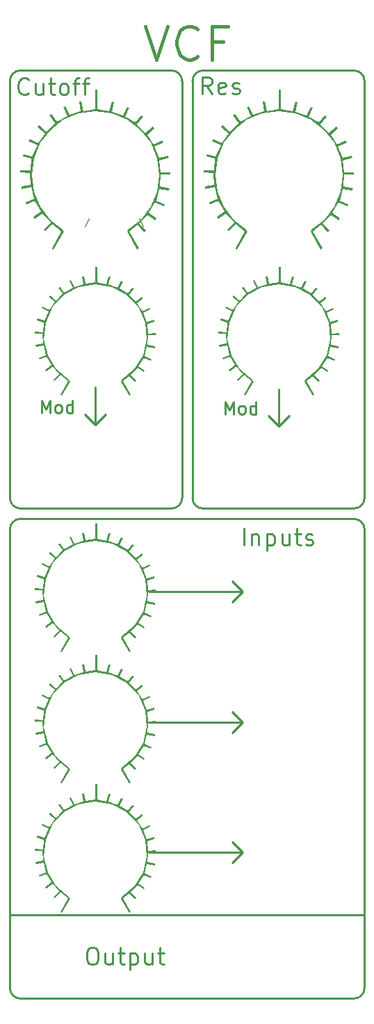
<source format=gbr>
G04 #@! TF.GenerationSoftware,KiCad,Pcbnew,(5.1.4-0-10_14)*
G04 #@! TF.CreationDate,2019-10-08T20:58:50-07:00*
G04 #@! TF.ProjectId,VCF_Front_Panel,5643465f-4672-46f6-9e74-5f50616e656c,rev?*
G04 #@! TF.SameCoordinates,Original*
G04 #@! TF.FileFunction,Legend,Top*
G04 #@! TF.FilePolarity,Positive*
%FSLAX46Y46*%
G04 Gerber Fmt 4.6, Leading zero omitted, Abs format (unit mm)*
G04 Created by KiCad (PCBNEW (5.1.4-0-10_14)) date 2019-10-08 20:58:50*
%MOMM*%
%LPD*%
G04 APERTURE LIST*
%ADD10C,0.254000*%
%ADD11C,0.120000*%
%ADD12C,0.406400*%
%ADD13C,0.100000*%
G04 APERTURE END LIST*
D10*
X96266000Y-89027000D02*
X94996000Y-90297000D01*
X93726000Y-89027000D02*
X94996000Y-90297000D01*
X94996000Y-85852000D02*
X94996000Y-90297000D01*
X72644000Y-90170000D02*
X73914000Y-88900000D01*
X71374000Y-88900000D02*
X72644000Y-90170000D01*
X72644000Y-85598000D02*
X72644000Y-90170000D01*
D11*
X77978000Y-65024000D02*
X78486000Y-66040000D01*
X71882000Y-65024000D02*
X71374000Y-66040000D01*
D10*
X79121000Y-142240000D02*
X90551000Y-142240000D01*
X90551000Y-142240000D02*
X89281000Y-143510000D01*
X90551000Y-142240000D02*
X89281000Y-140970000D01*
X79121000Y-126365000D02*
X90551000Y-126365000D01*
X90551000Y-126365000D02*
X89281000Y-127635000D01*
X90551000Y-126365000D02*
X89281000Y-125095000D01*
X90551000Y-110490000D02*
X89281000Y-111760000D01*
X90551000Y-110490000D02*
X89281000Y-109220000D01*
X79121000Y-110490000D02*
X90551000Y-110490000D01*
X88410142Y-88827428D02*
X88410142Y-87303428D01*
X88918142Y-88392000D01*
X89426142Y-87303428D01*
X89426142Y-88827428D01*
X90369571Y-88827428D02*
X90224428Y-88754857D01*
X90151857Y-88682285D01*
X90079285Y-88537142D01*
X90079285Y-88101714D01*
X90151857Y-87956571D01*
X90224428Y-87884000D01*
X90369571Y-87811428D01*
X90587285Y-87811428D01*
X90732428Y-87884000D01*
X90805000Y-87956571D01*
X90877571Y-88101714D01*
X90877571Y-88537142D01*
X90805000Y-88682285D01*
X90732428Y-88754857D01*
X90587285Y-88827428D01*
X90369571Y-88827428D01*
X92183857Y-88827428D02*
X92183857Y-87303428D01*
X92183857Y-88754857D02*
X92038714Y-88827428D01*
X91748428Y-88827428D01*
X91603285Y-88754857D01*
X91530714Y-88682285D01*
X91458142Y-88537142D01*
X91458142Y-88101714D01*
X91530714Y-87956571D01*
X91603285Y-87884000D01*
X91748428Y-87811428D01*
X92038714Y-87811428D01*
X92183857Y-87884000D01*
X66058142Y-88700428D02*
X66058142Y-87176428D01*
X66566142Y-88265000D01*
X67074142Y-87176428D01*
X67074142Y-88700428D01*
X68017571Y-88700428D02*
X67872428Y-88627857D01*
X67799857Y-88555285D01*
X67727285Y-88410142D01*
X67727285Y-87974714D01*
X67799857Y-87829571D01*
X67872428Y-87757000D01*
X68017571Y-87684428D01*
X68235285Y-87684428D01*
X68380428Y-87757000D01*
X68453000Y-87829571D01*
X68525571Y-87974714D01*
X68525571Y-88410142D01*
X68453000Y-88555285D01*
X68380428Y-88627857D01*
X68235285Y-88700428D01*
X68017571Y-88700428D01*
X69831857Y-88700428D02*
X69831857Y-87176428D01*
X69831857Y-88627857D02*
X69686714Y-88700428D01*
X69396428Y-88700428D01*
X69251285Y-88627857D01*
X69178714Y-88555285D01*
X69106142Y-88410142D01*
X69106142Y-87974714D01*
X69178714Y-87829571D01*
X69251285Y-87757000D01*
X69396428Y-87684428D01*
X69686714Y-87684428D01*
X69831857Y-87757000D01*
X86819619Y-49814238D02*
X86142285Y-48846619D01*
X85658476Y-49814238D02*
X85658476Y-47782238D01*
X86432571Y-47782238D01*
X86626095Y-47879000D01*
X86722857Y-47975761D01*
X86819619Y-48169285D01*
X86819619Y-48459571D01*
X86722857Y-48653095D01*
X86626095Y-48749857D01*
X86432571Y-48846619D01*
X85658476Y-48846619D01*
X88464571Y-49717476D02*
X88271047Y-49814238D01*
X87884000Y-49814238D01*
X87690476Y-49717476D01*
X87593714Y-49523952D01*
X87593714Y-48749857D01*
X87690476Y-48556333D01*
X87884000Y-48459571D01*
X88271047Y-48459571D01*
X88464571Y-48556333D01*
X88561333Y-48749857D01*
X88561333Y-48943380D01*
X87593714Y-49136904D01*
X89335428Y-49717476D02*
X89528952Y-49814238D01*
X89916000Y-49814238D01*
X90109523Y-49717476D01*
X90206285Y-49523952D01*
X90206285Y-49427190D01*
X90109523Y-49233666D01*
X89916000Y-49136904D01*
X89625714Y-49136904D01*
X89432190Y-49040142D01*
X89335428Y-48846619D01*
X89335428Y-48749857D01*
X89432190Y-48556333D01*
X89625714Y-48459571D01*
X89916000Y-48459571D01*
X90109523Y-48556333D01*
X64485761Y-49747714D02*
X64389000Y-49844476D01*
X64098714Y-49941238D01*
X63905190Y-49941238D01*
X63614904Y-49844476D01*
X63421380Y-49650952D01*
X63324619Y-49457428D01*
X63227857Y-49070380D01*
X63227857Y-48780095D01*
X63324619Y-48393047D01*
X63421380Y-48199523D01*
X63614904Y-48006000D01*
X63905190Y-47909238D01*
X64098714Y-47909238D01*
X64389000Y-48006000D01*
X64485761Y-48102761D01*
X66227476Y-48586571D02*
X66227476Y-49941238D01*
X65356619Y-48586571D02*
X65356619Y-49650952D01*
X65453380Y-49844476D01*
X65646904Y-49941238D01*
X65937190Y-49941238D01*
X66130714Y-49844476D01*
X66227476Y-49747714D01*
X66904809Y-48586571D02*
X67678904Y-48586571D01*
X67195095Y-47909238D02*
X67195095Y-49650952D01*
X67291857Y-49844476D01*
X67485380Y-49941238D01*
X67678904Y-49941238D01*
X68646523Y-49941238D02*
X68453000Y-49844476D01*
X68356238Y-49747714D01*
X68259476Y-49554190D01*
X68259476Y-48973619D01*
X68356238Y-48780095D01*
X68453000Y-48683333D01*
X68646523Y-48586571D01*
X68936809Y-48586571D01*
X69130333Y-48683333D01*
X69227095Y-48780095D01*
X69323857Y-48973619D01*
X69323857Y-49554190D01*
X69227095Y-49747714D01*
X69130333Y-49844476D01*
X68936809Y-49941238D01*
X68646523Y-49941238D01*
X69904428Y-48586571D02*
X70678523Y-48586571D01*
X70194714Y-49941238D02*
X70194714Y-48199523D01*
X70291476Y-48006000D01*
X70485000Y-47909238D01*
X70678523Y-47909238D01*
X71065571Y-48586571D02*
X71839666Y-48586571D01*
X71355857Y-49941238D02*
X71355857Y-48199523D01*
X71452619Y-48006000D01*
X71646142Y-47909238D01*
X71839666Y-47909238D01*
X90708238Y-104805238D02*
X90708238Y-102773238D01*
X91675857Y-103450571D02*
X91675857Y-104805238D01*
X91675857Y-103644095D02*
X91772619Y-103547333D01*
X91966142Y-103450571D01*
X92256428Y-103450571D01*
X92449952Y-103547333D01*
X92546714Y-103740857D01*
X92546714Y-104805238D01*
X93514333Y-103450571D02*
X93514333Y-105482571D01*
X93514333Y-103547333D02*
X93707857Y-103450571D01*
X94094904Y-103450571D01*
X94288428Y-103547333D01*
X94385190Y-103644095D01*
X94481952Y-103837619D01*
X94481952Y-104418190D01*
X94385190Y-104611714D01*
X94288428Y-104708476D01*
X94094904Y-104805238D01*
X93707857Y-104805238D01*
X93514333Y-104708476D01*
X96223666Y-103450571D02*
X96223666Y-104805238D01*
X95352809Y-103450571D02*
X95352809Y-104514952D01*
X95449571Y-104708476D01*
X95643095Y-104805238D01*
X95933380Y-104805238D01*
X96126904Y-104708476D01*
X96223666Y-104611714D01*
X96901000Y-103450571D02*
X97675095Y-103450571D01*
X97191285Y-102773238D02*
X97191285Y-104514952D01*
X97288047Y-104708476D01*
X97481571Y-104805238D01*
X97675095Y-104805238D01*
X98255666Y-104708476D02*
X98449190Y-104805238D01*
X98836238Y-104805238D01*
X99029761Y-104708476D01*
X99126523Y-104514952D01*
X99126523Y-104418190D01*
X99029761Y-104224666D01*
X98836238Y-104127904D01*
X98545952Y-104127904D01*
X98352428Y-104031142D01*
X98255666Y-103837619D01*
X98255666Y-103740857D01*
X98352428Y-103547333D01*
X98545952Y-103450571D01*
X98836238Y-103450571D01*
X99029761Y-103547333D01*
X62230000Y-149860000D02*
X105410000Y-149860000D01*
X105410000Y-99060000D02*
X105410000Y-48260000D01*
X62230000Y-48260000D02*
X62230000Y-99060000D01*
X85725000Y-46990000D02*
X104140000Y-46990000D01*
X104140000Y-46990000D02*
G75*
G02X105410000Y-48260000I0J-1270000D01*
G01*
X63500000Y-46990000D02*
X81915000Y-46990000D01*
X83185000Y-99060000D02*
X83185000Y-48260000D01*
X84455000Y-48260000D02*
X84455000Y-99060000D01*
X85725000Y-100330000D02*
X104140000Y-100330000D01*
X85725000Y-100330000D02*
G75*
G02X84455000Y-99060000I0J1270000D01*
G01*
X83185000Y-99060000D02*
G75*
G02X81915000Y-100330000I-1270000J0D01*
G01*
X62230000Y-48260000D02*
G75*
G02X63500000Y-46990000I1270000J0D01*
G01*
X84455000Y-48260000D02*
G75*
G02X85725000Y-46990000I1270000J0D01*
G01*
X81915000Y-46990000D02*
G75*
G02X83185000Y-48260000I0J-1270000D01*
G01*
X63500000Y-100330000D02*
X81915000Y-100330000D01*
X62230000Y-158750000D02*
X62230000Y-102870000D01*
X63500000Y-160020000D02*
X104140000Y-160020000D01*
X105410000Y-102870000D02*
X105410000Y-158750000D01*
X63500000Y-101600000D02*
X104140000Y-101600000D01*
X105410000Y-158750000D02*
G75*
G02X104140000Y-160020000I-1270000J0D01*
G01*
X63500000Y-100330000D02*
G75*
G02X62230000Y-99060000I0J1270000D01*
G01*
X104140000Y-101600000D02*
G75*
G02X105410000Y-102870000I0J-1270000D01*
G01*
X105410000Y-99060000D02*
G75*
G02X104140000Y-100330000I-1270000J0D01*
G01*
X63500000Y-160020000D02*
G75*
G02X62230000Y-158750000I0J1270000D01*
G01*
X62230000Y-102870000D02*
G75*
G02X63500000Y-101600000I1270000J0D01*
G01*
X72087619Y-153827238D02*
X72474666Y-153827238D01*
X72668190Y-153924000D01*
X72861714Y-154117523D01*
X72958476Y-154504571D01*
X72958476Y-155181904D01*
X72861714Y-155568952D01*
X72668190Y-155762476D01*
X72474666Y-155859238D01*
X72087619Y-155859238D01*
X71894095Y-155762476D01*
X71700571Y-155568952D01*
X71603809Y-155181904D01*
X71603809Y-154504571D01*
X71700571Y-154117523D01*
X71894095Y-153924000D01*
X72087619Y-153827238D01*
X74700190Y-154504571D02*
X74700190Y-155859238D01*
X73829333Y-154504571D02*
X73829333Y-155568952D01*
X73926095Y-155762476D01*
X74119619Y-155859238D01*
X74409904Y-155859238D01*
X74603428Y-155762476D01*
X74700190Y-155665714D01*
X75377523Y-154504571D02*
X76151619Y-154504571D01*
X75667809Y-153827238D02*
X75667809Y-155568952D01*
X75764571Y-155762476D01*
X75958095Y-155859238D01*
X76151619Y-155859238D01*
X76828952Y-154504571D02*
X76828952Y-156536571D01*
X76828952Y-154601333D02*
X77022476Y-154504571D01*
X77409523Y-154504571D01*
X77603047Y-154601333D01*
X77699809Y-154698095D01*
X77796571Y-154891619D01*
X77796571Y-155472190D01*
X77699809Y-155665714D01*
X77603047Y-155762476D01*
X77409523Y-155859238D01*
X77022476Y-155859238D01*
X76828952Y-155762476D01*
X79538285Y-154504571D02*
X79538285Y-155859238D01*
X78667428Y-154504571D02*
X78667428Y-155568952D01*
X78764190Y-155762476D01*
X78957714Y-155859238D01*
X79248000Y-155859238D01*
X79441523Y-155762476D01*
X79538285Y-155665714D01*
X80215619Y-154504571D02*
X80989714Y-154504571D01*
X80505904Y-153827238D02*
X80505904Y-155568952D01*
X80602666Y-155762476D01*
X80796190Y-155859238D01*
X80989714Y-155859238D01*
D12*
X78691619Y-41589476D02*
X80046285Y-45653476D01*
X81400952Y-41589476D01*
X85077904Y-45266428D02*
X84884380Y-45459952D01*
X84303809Y-45653476D01*
X83916761Y-45653476D01*
X83336190Y-45459952D01*
X82949142Y-45072904D01*
X82755619Y-44685857D01*
X82562095Y-43911761D01*
X82562095Y-43331190D01*
X82755619Y-42557095D01*
X82949142Y-42170047D01*
X83336190Y-41783000D01*
X83916761Y-41589476D01*
X84303809Y-41589476D01*
X84884380Y-41783000D01*
X85077904Y-41976523D01*
X88174285Y-43524714D02*
X86819619Y-43524714D01*
X86819619Y-45653476D02*
X86819619Y-41589476D01*
X88754857Y-41589476D01*
D13*
G36*
X72633260Y-133878483D02*
G01*
X72611781Y-135773014D01*
X71437952Y-135968327D01*
X71236780Y-135013249D01*
X71016077Y-135060119D01*
X71213342Y-136005431D01*
X70084436Y-136358947D01*
X69693811Y-135493712D01*
X69486780Y-135585512D01*
X69887170Y-136466372D01*
X68840296Y-137026919D01*
X68291467Y-136296450D01*
X68109827Y-136431215D01*
X68650842Y-137148012D01*
X67834436Y-138015200D01*
X67096155Y-137384341D01*
X66949670Y-137556215D01*
X67680139Y-138179262D01*
X67014124Y-139155825D01*
X66168420Y-138708559D01*
X66062952Y-138907778D01*
X66920374Y-139362856D01*
X66428186Y-140442934D01*
X65549280Y-140200747D01*
X65488730Y-140419497D01*
X66355917Y-140655825D01*
X66242636Y-141839419D01*
X65269980Y-141792549D01*
X65258260Y-142019111D01*
X66221151Y-142065981D01*
X66281701Y-143245669D01*
X65342248Y-143407778D01*
X65381308Y-143630434D01*
X66334433Y-143466372D01*
X66605917Y-144622622D01*
X65766074Y-144966372D01*
X65852014Y-145175356D01*
X66685999Y-144833559D01*
X67310999Y-145843325D01*
X66518030Y-146398012D01*
X66646936Y-146583559D01*
X67430139Y-146036684D01*
X68213342Y-146923403D01*
X67562952Y-147630434D01*
X67728967Y-147782778D01*
X68387170Y-147065981D01*
X69303186Y-147819887D01*
X68350061Y-149472231D01*
X68547327Y-149585512D01*
X69547327Y-147853091D01*
X69449667Y-147796451D01*
X69504357Y-147698791D01*
X67906815Y-146382893D01*
X66845431Y-144666697D01*
X66383041Y-142702389D01*
X66582479Y-140642155D01*
X67439855Y-138758206D01*
X68822401Y-137288226D01*
X70599635Y-136332613D01*
X72641073Y-135991764D01*
X74682817Y-136332612D01*
X76460722Y-137288226D01*
X77843939Y-138758206D01*
X78701621Y-140642155D01*
X78901058Y-142702389D01*
X78438668Y-144666698D01*
X77377286Y-146382895D01*
X75779746Y-147698796D01*
X75834436Y-147796456D01*
X75736776Y-147853096D01*
X76736776Y-149585517D01*
X76932088Y-149472236D01*
X75978963Y-147821846D01*
X76771932Y-147167549D01*
X77414510Y-147903877D01*
X77584432Y-147755439D01*
X76947713Y-147024970D01*
X77768026Y-146175361D01*
X78527792Y-146732002D01*
X78660604Y-146550361D01*
X77887166Y-145980049D01*
X78510213Y-144974189D01*
X79357870Y-145345283D01*
X79447710Y-145138252D01*
X78631304Y-144778877D01*
X78912554Y-143622627D01*
X79865679Y-143810127D01*
X79910599Y-143589424D01*
X78965287Y-143403877D01*
X79078568Y-142224189D01*
X80029740Y-142202709D01*
X80023840Y-141978100D01*
X79057043Y-142001540D01*
X78943762Y-140819899D01*
X79838293Y-140597243D01*
X79783603Y-140378493D01*
X78920322Y-140591384D01*
X78920322Y-140583584D01*
X78430087Y-139507412D01*
X79303134Y-139073819D01*
X79203524Y-138870694D01*
X78336336Y-139302334D01*
X77715293Y-138298405D01*
X78449667Y-137700749D01*
X78307089Y-137524967D01*
X77560996Y-138132389D01*
X76746543Y-137269108D01*
X77318808Y-136546452D01*
X77141074Y-136407780D01*
X76588339Y-137105046D01*
X75539511Y-136542546D01*
X75963339Y-135667546D01*
X75760214Y-135567936D01*
X75340293Y-136433171D01*
X74228964Y-136032780D01*
X74447714Y-135103093D01*
X74228964Y-135050363D01*
X74006308Y-135995676D01*
X72836386Y-135800363D01*
X72859826Y-133882394D01*
X72633260Y-133878483D01*
X72633260Y-133878483D01*
G37*
G36*
X72633260Y-118130483D02*
G01*
X72611781Y-120025014D01*
X71437952Y-120220327D01*
X71236780Y-119265249D01*
X71016077Y-119312119D01*
X71213342Y-120257431D01*
X70084436Y-120610947D01*
X69693811Y-119745712D01*
X69486780Y-119837512D01*
X69887170Y-120718372D01*
X68840296Y-121278919D01*
X68291467Y-120548450D01*
X68109827Y-120683215D01*
X68650842Y-121400012D01*
X67834436Y-122267200D01*
X67096155Y-121636341D01*
X66949670Y-121808215D01*
X67680139Y-122431262D01*
X67014124Y-123407825D01*
X66168420Y-122960559D01*
X66062952Y-123159778D01*
X66920374Y-123614856D01*
X66428186Y-124694934D01*
X65549280Y-124452747D01*
X65488730Y-124671497D01*
X66355917Y-124907825D01*
X66242636Y-126091419D01*
X65269980Y-126044549D01*
X65258260Y-126271111D01*
X66221151Y-126317981D01*
X66281701Y-127497669D01*
X65342248Y-127659778D01*
X65381308Y-127882434D01*
X66334433Y-127718372D01*
X66605917Y-128874622D01*
X65766074Y-129218372D01*
X65852014Y-129427356D01*
X66685999Y-129085559D01*
X67310999Y-130095325D01*
X66518030Y-130650012D01*
X66646936Y-130835559D01*
X67430139Y-130288684D01*
X68213342Y-131175403D01*
X67562952Y-131882434D01*
X67728967Y-132034778D01*
X68387170Y-131317981D01*
X69303186Y-132071887D01*
X68350061Y-133724231D01*
X68547327Y-133837512D01*
X69547327Y-132105091D01*
X69449667Y-132048451D01*
X69504357Y-131950791D01*
X67906815Y-130634893D01*
X66845431Y-128918697D01*
X66383041Y-126954389D01*
X66582479Y-124894155D01*
X67439855Y-123010206D01*
X68822401Y-121540226D01*
X70599635Y-120584613D01*
X72641073Y-120243764D01*
X74682817Y-120584612D01*
X76460722Y-121540226D01*
X77843939Y-123010206D01*
X78701621Y-124894155D01*
X78901058Y-126954389D01*
X78438668Y-128918698D01*
X77377286Y-130634895D01*
X75779746Y-131950796D01*
X75834436Y-132048456D01*
X75736776Y-132105096D01*
X76736776Y-133837517D01*
X76932088Y-133724236D01*
X75978963Y-132073846D01*
X76771932Y-131419549D01*
X77414510Y-132155877D01*
X77584432Y-132007439D01*
X76947713Y-131276970D01*
X77768026Y-130427361D01*
X78527792Y-130984002D01*
X78660604Y-130802361D01*
X77887166Y-130232049D01*
X78510213Y-129226189D01*
X79357870Y-129597283D01*
X79447710Y-129390252D01*
X78631304Y-129030877D01*
X78912554Y-127874627D01*
X79865679Y-128062127D01*
X79910599Y-127841424D01*
X78965287Y-127655877D01*
X79078568Y-126476189D01*
X80029740Y-126454709D01*
X80023840Y-126230100D01*
X79057043Y-126253540D01*
X78943762Y-125071899D01*
X79838293Y-124849243D01*
X79783603Y-124630493D01*
X78920322Y-124843384D01*
X78920322Y-124835584D01*
X78430087Y-123759412D01*
X79303134Y-123325819D01*
X79203524Y-123122694D01*
X78336336Y-123554334D01*
X77715293Y-122550405D01*
X78449667Y-121952749D01*
X78307089Y-121776967D01*
X77560996Y-122384389D01*
X76746543Y-121521108D01*
X77318808Y-120798452D01*
X77141074Y-120659780D01*
X76588339Y-121357046D01*
X75539511Y-120794546D01*
X75963339Y-119919546D01*
X75760214Y-119819936D01*
X75340293Y-120685171D01*
X74228964Y-120284780D01*
X74447714Y-119355093D01*
X74228964Y-119302363D01*
X74006308Y-120247676D01*
X72836386Y-120052363D01*
X72859826Y-118134394D01*
X72633260Y-118130483D01*
X72633260Y-118130483D01*
G37*
G36*
X72633260Y-102128483D02*
G01*
X72611781Y-104023014D01*
X71437952Y-104218327D01*
X71236780Y-103263249D01*
X71016077Y-103310119D01*
X71213342Y-104255431D01*
X70084436Y-104608947D01*
X69693811Y-103743712D01*
X69486780Y-103835512D01*
X69887170Y-104716372D01*
X68840296Y-105276919D01*
X68291467Y-104546450D01*
X68109827Y-104681215D01*
X68650842Y-105398012D01*
X67834436Y-106265200D01*
X67096155Y-105634341D01*
X66949670Y-105806215D01*
X67680139Y-106429262D01*
X67014124Y-107405825D01*
X66168420Y-106958559D01*
X66062952Y-107157778D01*
X66920374Y-107612856D01*
X66428186Y-108692934D01*
X65549280Y-108450747D01*
X65488730Y-108669497D01*
X66355917Y-108905825D01*
X66242636Y-110089419D01*
X65269980Y-110042549D01*
X65258260Y-110269111D01*
X66221151Y-110315981D01*
X66281701Y-111495669D01*
X65342248Y-111657778D01*
X65381308Y-111880434D01*
X66334433Y-111716372D01*
X66605917Y-112872622D01*
X65766074Y-113216372D01*
X65852014Y-113425356D01*
X66685999Y-113083559D01*
X67310999Y-114093325D01*
X66518030Y-114648012D01*
X66646936Y-114833559D01*
X67430139Y-114286684D01*
X68213342Y-115173403D01*
X67562952Y-115880434D01*
X67728967Y-116032778D01*
X68387170Y-115315981D01*
X69303186Y-116069887D01*
X68350061Y-117722231D01*
X68547327Y-117835512D01*
X69547327Y-116103091D01*
X69449667Y-116046451D01*
X69504357Y-115948791D01*
X67906815Y-114632893D01*
X66845431Y-112916697D01*
X66383041Y-110952389D01*
X66582479Y-108892155D01*
X67439855Y-107008206D01*
X68822401Y-105538226D01*
X70599635Y-104582613D01*
X72641073Y-104241764D01*
X74682817Y-104582612D01*
X76460722Y-105538226D01*
X77843939Y-107008206D01*
X78701621Y-108892155D01*
X78901058Y-110952389D01*
X78438668Y-112916698D01*
X77377286Y-114632895D01*
X75779746Y-115948796D01*
X75834436Y-116046456D01*
X75736776Y-116103096D01*
X76736776Y-117835517D01*
X76932088Y-117722236D01*
X75978963Y-116071846D01*
X76771932Y-115417549D01*
X77414510Y-116153877D01*
X77584432Y-116005439D01*
X76947713Y-115274970D01*
X77768026Y-114425361D01*
X78527792Y-114982002D01*
X78660604Y-114800361D01*
X77887166Y-114230049D01*
X78510213Y-113224189D01*
X79357870Y-113595283D01*
X79447710Y-113388252D01*
X78631304Y-113028877D01*
X78912554Y-111872627D01*
X79865679Y-112060127D01*
X79910599Y-111839424D01*
X78965287Y-111653877D01*
X79078568Y-110474189D01*
X80029740Y-110452709D01*
X80023840Y-110228100D01*
X79057043Y-110251540D01*
X78943762Y-109069899D01*
X79838293Y-108847243D01*
X79783603Y-108628493D01*
X78920322Y-108841384D01*
X78920322Y-108833584D01*
X78430087Y-107757412D01*
X79303134Y-107323819D01*
X79203524Y-107120694D01*
X78336336Y-107552334D01*
X77715293Y-106548405D01*
X78449667Y-105950749D01*
X78307089Y-105774967D01*
X77560996Y-106382389D01*
X76746543Y-105519108D01*
X77318808Y-104796452D01*
X77141074Y-104657780D01*
X76588339Y-105355046D01*
X75539511Y-104792546D01*
X75963339Y-103917546D01*
X75760214Y-103817936D01*
X75340293Y-104683171D01*
X74228964Y-104282780D01*
X74447714Y-103353093D01*
X74228964Y-103300363D01*
X74006308Y-104245676D01*
X72836386Y-104050363D01*
X72859826Y-102132394D01*
X72633260Y-102128483D01*
X72633260Y-102128483D01*
G37*
G36*
X94982700Y-49326573D02*
G01*
X94956080Y-51673396D01*
X93502017Y-51915338D01*
X93252822Y-50732249D01*
X92979430Y-50790309D01*
X93223790Y-51961303D01*
X91825374Y-52399216D01*
X91341491Y-51327417D01*
X91085034Y-51441133D01*
X91581012Y-52532286D01*
X90284211Y-53226656D01*
X89604356Y-52321798D01*
X89379354Y-52488736D01*
X90049528Y-53376658D01*
X89038215Y-54450876D01*
X88123681Y-53669408D01*
X87942224Y-53882315D01*
X88847082Y-54654105D01*
X88022065Y-55863809D01*
X86974461Y-55309765D01*
X86843814Y-55556544D01*
X87905935Y-56120266D01*
X87296243Y-57458198D01*
X86207510Y-57158192D01*
X86132510Y-57429165D01*
X87206728Y-57721913D01*
X87066402Y-59188075D01*
X85861538Y-59130015D01*
X85847028Y-59410665D01*
X87039796Y-59468725D01*
X87114796Y-60930048D01*
X85951061Y-61130858D01*
X85999451Y-61406670D01*
X87180120Y-61203441D01*
X87516418Y-62635730D01*
X86476074Y-63061545D01*
X86582531Y-63320421D01*
X87615619Y-62897024D01*
X88389829Y-64147858D01*
X87407549Y-64834967D01*
X87567229Y-65064797D01*
X88537412Y-64387377D01*
X89507592Y-65485777D01*
X88701932Y-66361607D01*
X88907581Y-66550317D01*
X89722920Y-65662407D01*
X90857624Y-66596277D01*
X89676952Y-68643097D01*
X89921312Y-68783427D01*
X91160049Y-66637417D01*
X91039074Y-66567217D01*
X91106834Y-66446247D01*
X89473046Y-65187915D01*
X88254356Y-63588098D01*
X87490616Y-61743317D01*
X87221679Y-59750094D01*
X87487397Y-57704952D01*
X88279831Y-55800935D01*
X89509304Y-54209190D01*
X91093060Y-52993393D01*
X92948343Y-52217219D01*
X94992395Y-51944344D01*
X97036701Y-52217219D01*
X98892583Y-52993393D01*
X100477056Y-54209190D01*
X101707129Y-55800935D01*
X102499816Y-57704952D01*
X102765536Y-59750094D01*
X102496601Y-61743317D01*
X101732861Y-63588100D01*
X100514171Y-65187920D01*
X98880383Y-66446257D01*
X98948143Y-66567227D01*
X98827168Y-66637427D01*
X100065904Y-68783427D01*
X100307844Y-68643107D01*
X99127174Y-66598717D01*
X100109454Y-65788217D01*
X100905437Y-66700337D01*
X101115927Y-66516447D01*
X100327199Y-65611587D01*
X101343351Y-64559158D01*
X102284501Y-65248687D01*
X102449021Y-65023687D01*
X101490934Y-64317223D01*
X102262726Y-63071228D01*
X103312753Y-63530916D01*
X103424051Y-63274459D01*
X102412726Y-62829289D01*
X102761119Y-61396999D01*
X103941792Y-61629262D01*
X103997392Y-61355870D01*
X102826402Y-61126026D01*
X102966728Y-59664704D01*
X104144972Y-59638084D01*
X104136972Y-59359854D01*
X102939367Y-59388894D01*
X102799510Y-57925152D01*
X103907602Y-57649339D01*
X103839902Y-57378367D01*
X102770518Y-57642082D01*
X102770518Y-57632382D01*
X102163246Y-56299288D01*
X103244506Y-55762185D01*
X103121116Y-55510567D01*
X102046899Y-56045254D01*
X101277590Y-54801651D01*
X102187287Y-54061314D01*
X102010670Y-53843566D01*
X101086457Y-54596001D01*
X100077922Y-53526652D01*
X100786808Y-52631473D01*
X100566642Y-52459695D01*
X99881948Y-53323422D01*
X98582728Y-52626633D01*
X99107739Y-51542741D01*
X98856120Y-51419350D01*
X98335950Y-52491147D01*
X96959305Y-51995169D01*
X97230279Y-50843531D01*
X96959305Y-50778201D01*
X96683494Y-51949195D01*
X95234279Y-51707248D01*
X95263319Y-49331391D01*
X94982700Y-49326573D01*
X94982700Y-49326573D01*
G37*
G36*
X72630700Y-49326573D02*
G01*
X72604080Y-51673396D01*
X71150017Y-51915338D01*
X70900822Y-50732249D01*
X70627430Y-50790309D01*
X70871790Y-51961303D01*
X69473374Y-52399216D01*
X68989491Y-51327417D01*
X68733034Y-51441133D01*
X69229012Y-52532286D01*
X67932211Y-53226656D01*
X67252356Y-52321798D01*
X67027354Y-52488736D01*
X67697528Y-53376658D01*
X66686215Y-54450876D01*
X65771681Y-53669408D01*
X65590224Y-53882315D01*
X66495082Y-54654105D01*
X65670065Y-55863809D01*
X64622461Y-55309765D01*
X64491814Y-55556544D01*
X65553935Y-56120266D01*
X64944243Y-57458198D01*
X63855510Y-57158192D01*
X63780510Y-57429165D01*
X64854728Y-57721913D01*
X64714402Y-59188075D01*
X63509538Y-59130015D01*
X63495028Y-59410665D01*
X64687796Y-59468725D01*
X64762796Y-60930048D01*
X63599061Y-61130858D01*
X63647451Y-61406670D01*
X64828120Y-61203441D01*
X65164418Y-62635730D01*
X64124074Y-63061545D01*
X64230531Y-63320421D01*
X65263619Y-62897024D01*
X66037829Y-64147858D01*
X65055549Y-64834967D01*
X65215229Y-65064797D01*
X66185412Y-64387377D01*
X67155592Y-65485777D01*
X66349932Y-66361607D01*
X66555581Y-66550317D01*
X67370920Y-65662407D01*
X68505624Y-66596277D01*
X67324952Y-68643097D01*
X67569312Y-68783427D01*
X68808049Y-66637417D01*
X68687074Y-66567217D01*
X68754834Y-66446247D01*
X67121046Y-65187915D01*
X65902356Y-63588098D01*
X65138616Y-61743317D01*
X64869679Y-59750094D01*
X65135397Y-57704952D01*
X65927831Y-55800935D01*
X67157304Y-54209190D01*
X68741060Y-52993393D01*
X70596343Y-52217219D01*
X72640395Y-51944344D01*
X74684701Y-52217219D01*
X76540583Y-52993393D01*
X78125056Y-54209190D01*
X79355129Y-55800935D01*
X80147816Y-57704952D01*
X80413536Y-59750094D01*
X80144601Y-61743317D01*
X79380861Y-63588100D01*
X78162171Y-65187920D01*
X76528383Y-66446257D01*
X76596143Y-66567227D01*
X76475168Y-66637427D01*
X77713904Y-68783427D01*
X77955844Y-68643107D01*
X76775174Y-66598717D01*
X77757454Y-65788217D01*
X78553437Y-66700337D01*
X78763927Y-66516447D01*
X77975199Y-65611587D01*
X78991351Y-64559158D01*
X79932501Y-65248687D01*
X80097021Y-65023687D01*
X79138934Y-64317223D01*
X79910726Y-63071228D01*
X80960753Y-63530916D01*
X81072051Y-63274459D01*
X80060726Y-62829289D01*
X80409119Y-61396999D01*
X81589792Y-61629262D01*
X81645392Y-61355870D01*
X80474402Y-61126026D01*
X80614728Y-59664704D01*
X81792972Y-59638084D01*
X81784972Y-59359854D01*
X80587367Y-59388894D01*
X80447510Y-57925152D01*
X81555602Y-57649339D01*
X81487902Y-57378367D01*
X80418518Y-57642082D01*
X80418518Y-57632382D01*
X79811246Y-56299288D01*
X80892506Y-55762185D01*
X80769116Y-55510567D01*
X79694899Y-56045254D01*
X78925590Y-54801651D01*
X79835287Y-54061314D01*
X79658670Y-53843566D01*
X78734457Y-54596001D01*
X77725922Y-53526652D01*
X78434808Y-52631473D01*
X78214642Y-52459695D01*
X77529948Y-53323422D01*
X76230728Y-52626633D01*
X76755739Y-51542741D01*
X76504120Y-51419350D01*
X75983950Y-52491147D01*
X74607305Y-51995169D01*
X74878279Y-50843531D01*
X74607305Y-50778201D01*
X74331494Y-51949195D01*
X72882279Y-51707248D01*
X72911319Y-49331391D01*
X72630700Y-49326573D01*
X72630700Y-49326573D01*
G37*
G36*
X94985260Y-70886483D02*
G01*
X94963781Y-72781014D01*
X93789952Y-72976327D01*
X93588780Y-72021249D01*
X93368077Y-72068119D01*
X93565342Y-73013431D01*
X92436436Y-73366947D01*
X92045811Y-72501712D01*
X91838780Y-72593512D01*
X92239170Y-73474372D01*
X91192296Y-74034919D01*
X90643467Y-73304450D01*
X90461827Y-73439215D01*
X91002842Y-74156012D01*
X90186436Y-75023200D01*
X89448155Y-74392341D01*
X89301670Y-74564215D01*
X90032139Y-75187262D01*
X89366124Y-76163825D01*
X88520420Y-75716559D01*
X88414952Y-75915778D01*
X89272374Y-76370856D01*
X88780186Y-77450934D01*
X87901280Y-77208747D01*
X87840730Y-77427497D01*
X88707917Y-77663825D01*
X88594636Y-78847419D01*
X87621980Y-78800549D01*
X87610260Y-79027111D01*
X88573151Y-79073981D01*
X88633701Y-80253669D01*
X87694248Y-80415778D01*
X87733308Y-80638434D01*
X88686433Y-80474372D01*
X88957917Y-81630622D01*
X88118074Y-81974372D01*
X88204014Y-82183356D01*
X89037999Y-81841559D01*
X89662999Y-82851325D01*
X88870030Y-83406012D01*
X88998936Y-83591559D01*
X89782139Y-83044684D01*
X90565342Y-83931403D01*
X89914952Y-84638434D01*
X90080967Y-84790778D01*
X90739170Y-84073981D01*
X91655186Y-84827887D01*
X90702061Y-86480231D01*
X90899327Y-86593512D01*
X91899327Y-84861091D01*
X91801667Y-84804451D01*
X91856357Y-84706791D01*
X90258815Y-83390893D01*
X89197431Y-81674697D01*
X88735041Y-79710389D01*
X88934479Y-77650155D01*
X89791855Y-75766206D01*
X91174401Y-74296226D01*
X92951635Y-73340613D01*
X94993073Y-72999764D01*
X97034817Y-73340612D01*
X98812722Y-74296226D01*
X100195939Y-75766206D01*
X101053621Y-77650155D01*
X101253058Y-79710389D01*
X100790668Y-81674698D01*
X99729286Y-83390895D01*
X98131746Y-84706796D01*
X98186436Y-84804456D01*
X98088776Y-84861096D01*
X99088776Y-86593517D01*
X99284088Y-86480236D01*
X98330963Y-84829846D01*
X99123932Y-84175549D01*
X99766510Y-84911877D01*
X99936432Y-84763439D01*
X99299713Y-84032970D01*
X100120026Y-83183361D01*
X100879792Y-83740002D01*
X101012604Y-83558361D01*
X100239166Y-82988049D01*
X100862213Y-81982189D01*
X101709870Y-82353283D01*
X101799710Y-82146252D01*
X100983304Y-81786877D01*
X101264554Y-80630627D01*
X102217679Y-80818127D01*
X102262599Y-80597424D01*
X101317287Y-80411877D01*
X101430568Y-79232189D01*
X102381740Y-79210709D01*
X102375840Y-78986100D01*
X101409043Y-79009540D01*
X101295762Y-77827899D01*
X102190293Y-77605243D01*
X102135603Y-77386493D01*
X101272322Y-77599384D01*
X101272322Y-77591584D01*
X100782087Y-76515412D01*
X101655134Y-76081819D01*
X101555524Y-75878694D01*
X100688336Y-76310334D01*
X100067293Y-75306405D01*
X100801667Y-74708749D01*
X100659089Y-74532967D01*
X99912996Y-75140389D01*
X99098543Y-74277108D01*
X99670808Y-73554452D01*
X99493074Y-73415780D01*
X98940339Y-74113046D01*
X97891511Y-73550546D01*
X98315339Y-72675546D01*
X98112214Y-72575936D01*
X97692293Y-73441171D01*
X96580964Y-73040780D01*
X96799714Y-72111093D01*
X96580964Y-72058363D01*
X96358308Y-73003676D01*
X95188386Y-72808363D01*
X95211826Y-70890394D01*
X94985260Y-70886483D01*
X94985260Y-70886483D01*
G37*
G36*
X72633260Y-70886483D02*
G01*
X72611781Y-72781014D01*
X71437952Y-72976327D01*
X71236780Y-72021249D01*
X71016077Y-72068119D01*
X71213342Y-73013431D01*
X70084436Y-73366947D01*
X69693811Y-72501712D01*
X69486780Y-72593512D01*
X69887170Y-73474372D01*
X68840296Y-74034919D01*
X68291467Y-73304450D01*
X68109827Y-73439215D01*
X68650842Y-74156012D01*
X67834436Y-75023200D01*
X67096155Y-74392341D01*
X66949670Y-74564215D01*
X67680139Y-75187262D01*
X67014124Y-76163825D01*
X66168420Y-75716559D01*
X66062952Y-75915778D01*
X66920374Y-76370856D01*
X66428186Y-77450934D01*
X65549280Y-77208747D01*
X65488730Y-77427497D01*
X66355917Y-77663825D01*
X66242636Y-78847419D01*
X65269980Y-78800549D01*
X65258260Y-79027111D01*
X66221151Y-79073981D01*
X66281701Y-80253669D01*
X65342248Y-80415778D01*
X65381308Y-80638434D01*
X66334433Y-80474372D01*
X66605917Y-81630622D01*
X65766074Y-81974372D01*
X65852014Y-82183356D01*
X66685999Y-81841559D01*
X67310999Y-82851325D01*
X66518030Y-83406012D01*
X66646936Y-83591559D01*
X67430139Y-83044684D01*
X68213342Y-83931403D01*
X67562952Y-84638434D01*
X67728967Y-84790778D01*
X68387170Y-84073981D01*
X69303186Y-84827887D01*
X68350061Y-86480231D01*
X68547327Y-86593512D01*
X69547327Y-84861091D01*
X69449667Y-84804451D01*
X69504357Y-84706791D01*
X67906815Y-83390893D01*
X66845431Y-81674697D01*
X66383041Y-79710389D01*
X66582479Y-77650155D01*
X67439855Y-75766206D01*
X68822401Y-74296226D01*
X70599635Y-73340613D01*
X72641073Y-72999764D01*
X74682817Y-73340612D01*
X76460722Y-74296226D01*
X77843939Y-75766206D01*
X78701621Y-77650155D01*
X78901058Y-79710389D01*
X78438668Y-81674698D01*
X77377286Y-83390895D01*
X75779746Y-84706796D01*
X75834436Y-84804456D01*
X75736776Y-84861096D01*
X76736776Y-86593517D01*
X76932088Y-86480236D01*
X75978963Y-84829846D01*
X76771932Y-84175549D01*
X77414510Y-84911877D01*
X77584432Y-84763439D01*
X76947713Y-84032970D01*
X77768026Y-83183361D01*
X78527792Y-83740002D01*
X78660604Y-83558361D01*
X77887166Y-82988049D01*
X78510213Y-81982189D01*
X79357870Y-82353283D01*
X79447710Y-82146252D01*
X78631304Y-81786877D01*
X78912554Y-80630627D01*
X79865679Y-80818127D01*
X79910599Y-80597424D01*
X78965287Y-80411877D01*
X79078568Y-79232189D01*
X80029740Y-79210709D01*
X80023840Y-78986100D01*
X79057043Y-79009540D01*
X78943762Y-77827899D01*
X79838293Y-77605243D01*
X79783603Y-77386493D01*
X78920322Y-77599384D01*
X78920322Y-77591584D01*
X78430087Y-76515412D01*
X79303134Y-76081819D01*
X79203524Y-75878694D01*
X78336336Y-76310334D01*
X77715293Y-75306405D01*
X78449667Y-74708749D01*
X78307089Y-74532967D01*
X77560996Y-75140389D01*
X76746543Y-74277108D01*
X77318808Y-73554452D01*
X77141074Y-73415780D01*
X76588339Y-74113046D01*
X75539511Y-73550546D01*
X75963339Y-72675546D01*
X75760214Y-72575936D01*
X75340293Y-73441171D01*
X74228964Y-73040780D01*
X74447714Y-72111093D01*
X74228964Y-72058363D01*
X74006308Y-73003676D01*
X72836386Y-72808363D01*
X72859826Y-70890394D01*
X72633260Y-70886483D01*
X72633260Y-70886483D01*
G37*
M02*

</source>
